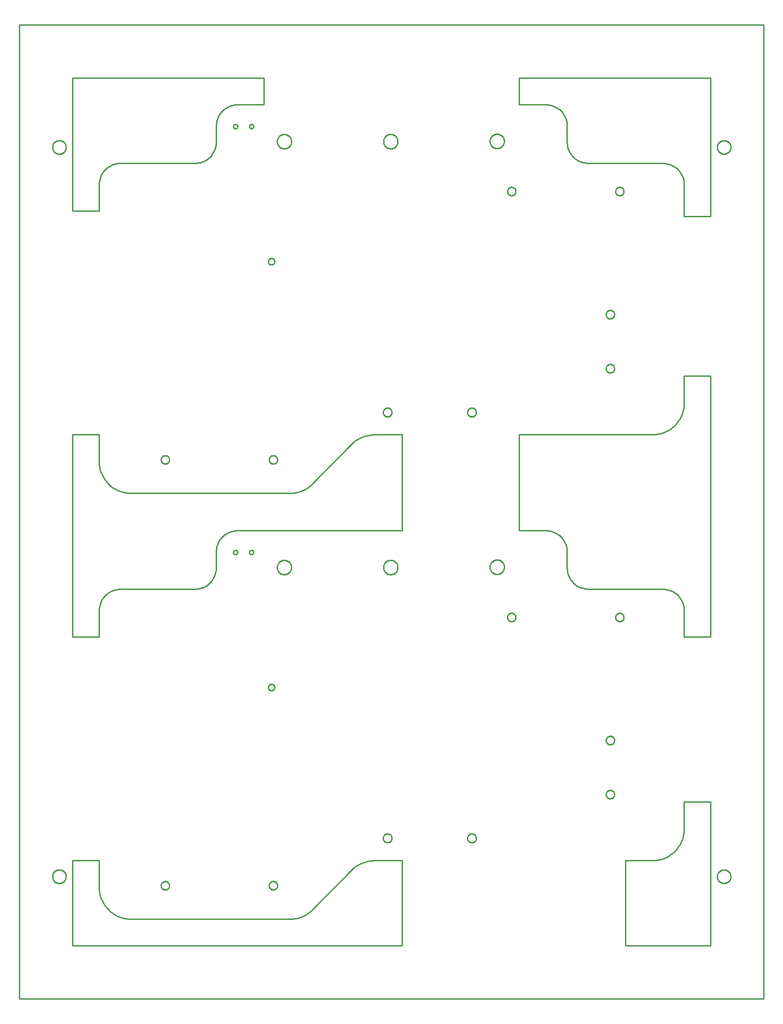
<source format=gbr>
G04 EAGLE Gerber RS-274X export*
G75*
%MOMM*%
%FSLAX34Y34*%
%LPD*%
%IN*%
%IPPOS*%
%AMOC8*
5,1,8,0,0,1.08239X$1,22.5*%
G01*
%ADD10C,0.254000*%


D10*
X-50000Y-50000D02*
X1350000Y-50000D01*
X1350000Y1780000D01*
X-50000Y1780000D01*
X-50000Y-50000D01*
X50000Y630000D02*
X100000Y630000D01*
X100000Y679424D01*
X100128Y682936D01*
X100562Y686424D01*
X101298Y689861D01*
X102331Y693221D01*
X103653Y696477D01*
X105254Y699607D01*
X107121Y702584D01*
X109240Y705388D01*
X111596Y707996D01*
X114171Y710389D01*
X116944Y712549D01*
X119895Y714458D01*
X123001Y716104D01*
X126238Y717472D01*
X129583Y718553D01*
X133008Y719338D01*
X136490Y719822D01*
X140000Y720000D01*
X280000Y720000D01*
X283462Y720126D01*
X286900Y720553D01*
X290288Y721279D01*
X293600Y722296D01*
X296810Y723599D01*
X299895Y725176D01*
X302830Y727017D01*
X305594Y729106D01*
X308165Y731428D01*
X310524Y733965D01*
X312653Y736698D01*
X314536Y739607D01*
X316158Y742668D01*
X317507Y745859D01*
X318572Y749156D01*
X319347Y752532D01*
X319824Y755964D01*
X320000Y759424D01*
X320000Y789424D01*
X320128Y792936D01*
X320562Y796424D01*
X321298Y799861D01*
X322331Y803221D01*
X323653Y806477D01*
X325254Y809607D01*
X327121Y812584D01*
X329240Y815388D01*
X331596Y817996D01*
X334171Y820389D01*
X336944Y822549D01*
X339895Y824458D01*
X343001Y826104D01*
X346238Y827472D01*
X349583Y828553D01*
X353008Y829338D01*
X356490Y829822D01*
X360000Y830000D01*
X670000Y830000D01*
X670000Y1010000D01*
X617492Y1010000D01*
X617200Y1009999D01*
X611973Y1009749D01*
X606788Y1009044D01*
X601684Y1007890D01*
X596700Y1006295D01*
X591874Y1004273D01*
X587243Y1001837D01*
X582841Y999006D01*
X578703Y995803D01*
X574860Y992252D01*
X501110Y917782D01*
X500862Y917533D01*
X497006Y914003D01*
X492856Y910822D01*
X488445Y908015D01*
X483806Y905603D01*
X478974Y903604D01*
X473987Y902034D01*
X468881Y900905D01*
X463697Y900225D01*
X458473Y900000D01*
X159995Y900000D01*
X154770Y900230D01*
X149579Y900914D01*
X144468Y902048D01*
X139475Y903624D01*
X134638Y905629D01*
X129995Y908047D01*
X125580Y910861D01*
X121427Y914049D01*
X117568Y917587D01*
X114032Y921448D01*
X110846Y925602D01*
X108034Y930018D01*
X105617Y934663D01*
X103615Y939500D01*
X102041Y944494D01*
X100909Y949606D01*
X100227Y954796D01*
X100000Y960027D01*
X100000Y1010000D01*
X50000Y1010000D01*
X50000Y630000D01*
X890000Y830000D02*
X940000Y830000D01*
X943510Y829822D01*
X946992Y829338D01*
X950418Y828553D01*
X953762Y827472D01*
X956999Y826104D01*
X960105Y824458D01*
X963056Y822549D01*
X965829Y820389D01*
X968404Y817996D01*
X970760Y815388D01*
X972879Y812584D01*
X974746Y809607D01*
X976347Y806477D01*
X977669Y803221D01*
X978702Y799861D01*
X979438Y796424D01*
X979872Y792936D01*
X980000Y789424D01*
X980000Y759424D01*
X980176Y755964D01*
X980653Y752532D01*
X981428Y749156D01*
X982493Y745859D01*
X983842Y742668D01*
X985464Y739607D01*
X987347Y736698D01*
X989476Y733965D01*
X991835Y731428D01*
X994406Y729106D01*
X997170Y727017D01*
X1000105Y725176D01*
X1003190Y723599D01*
X1006400Y722296D01*
X1009712Y721279D01*
X1013100Y720553D01*
X1016538Y720126D01*
X1020000Y720000D01*
X1160000Y720000D01*
X1163510Y719822D01*
X1166992Y719338D01*
X1170418Y718553D01*
X1173762Y717472D01*
X1176999Y716104D01*
X1180105Y714458D01*
X1183056Y712549D01*
X1185829Y710389D01*
X1188404Y707996D01*
X1190760Y705388D01*
X1192879Y702584D01*
X1194746Y699607D01*
X1196347Y696477D01*
X1197669Y693221D01*
X1198702Y689861D01*
X1199438Y686424D01*
X1199872Y682936D01*
X1200000Y679424D01*
X1200000Y630000D01*
X1250000Y630000D01*
X1250000Y1120000D01*
X1200000Y1120000D01*
X1200000Y1070032D01*
X1199773Y1064801D01*
X1199091Y1059610D01*
X1197959Y1054498D01*
X1196386Y1049504D01*
X1194384Y1044667D01*
X1191967Y1040022D01*
X1189155Y1035605D01*
X1185969Y1031451D01*
X1182433Y1027590D01*
X1178574Y1024051D01*
X1174421Y1020863D01*
X1170006Y1018049D01*
X1165362Y1015630D01*
X1160526Y1013625D01*
X1155533Y1012049D01*
X1150421Y1010915D01*
X1145231Y1010230D01*
X1140000Y1010000D01*
X890000Y1010000D01*
X890000Y830000D01*
X1090000Y50000D02*
X1250000Y50000D01*
X1250000Y320000D01*
X1200000Y320000D01*
X1200000Y270032D01*
X1199773Y264801D01*
X1199091Y259610D01*
X1197959Y254498D01*
X1196386Y249504D01*
X1194384Y244667D01*
X1191967Y240022D01*
X1189155Y235605D01*
X1185969Y231451D01*
X1182433Y227590D01*
X1178574Y224051D01*
X1174421Y220863D01*
X1170006Y218049D01*
X1165362Y215630D01*
X1160526Y213625D01*
X1155533Y212049D01*
X1150421Y210915D01*
X1145231Y210230D01*
X1140000Y210000D01*
X1090000Y210000D01*
X1090000Y50000D01*
X50000Y50000D02*
X670000Y50000D01*
X670000Y210000D01*
X617492Y210000D01*
X617200Y209999D01*
X611973Y209749D01*
X606788Y209044D01*
X601684Y207890D01*
X596700Y206295D01*
X591874Y204273D01*
X587243Y201837D01*
X582841Y199006D01*
X578703Y195803D01*
X574860Y192252D01*
X501110Y117782D01*
X500862Y117533D01*
X497006Y114003D01*
X492856Y110822D01*
X488445Y108015D01*
X483806Y105603D01*
X478974Y103604D01*
X473987Y102034D01*
X468881Y100905D01*
X463697Y100225D01*
X458473Y100000D01*
X159995Y100000D01*
X154770Y100230D01*
X149579Y100914D01*
X144468Y102048D01*
X139475Y103624D01*
X134638Y105629D01*
X129995Y108047D01*
X125580Y110861D01*
X121427Y114049D01*
X117568Y117587D01*
X114032Y121448D01*
X110846Y125602D01*
X108034Y130018D01*
X105617Y134663D01*
X103615Y139500D01*
X102041Y144494D01*
X100909Y149606D01*
X100227Y154796D01*
X100000Y160027D01*
X100000Y210000D01*
X50000Y210000D01*
X50000Y50000D01*
X50000Y1430000D02*
X100000Y1430000D01*
X100000Y1479424D01*
X100128Y1482936D01*
X100562Y1486424D01*
X101298Y1489861D01*
X102331Y1493221D01*
X103653Y1496477D01*
X105254Y1499607D01*
X107121Y1502584D01*
X109240Y1505388D01*
X111596Y1507996D01*
X114171Y1510389D01*
X116944Y1512549D01*
X119895Y1514458D01*
X123001Y1516104D01*
X126238Y1517472D01*
X129583Y1518553D01*
X133008Y1519338D01*
X136490Y1519822D01*
X140000Y1520000D01*
X280000Y1520000D01*
X283462Y1520126D01*
X286900Y1520553D01*
X290288Y1521279D01*
X293600Y1522296D01*
X296810Y1523599D01*
X299895Y1525176D01*
X302830Y1527017D01*
X305594Y1529106D01*
X308165Y1531428D01*
X310524Y1533965D01*
X312653Y1536698D01*
X314536Y1539607D01*
X316158Y1542668D01*
X317507Y1545859D01*
X318572Y1549156D01*
X319347Y1552532D01*
X319824Y1555964D01*
X320000Y1559424D01*
X320000Y1589424D01*
X320128Y1592936D01*
X320562Y1596424D01*
X321298Y1599861D01*
X322331Y1603221D01*
X323653Y1606477D01*
X325254Y1609607D01*
X327121Y1612584D01*
X329240Y1615388D01*
X331596Y1617996D01*
X334171Y1620389D01*
X336944Y1622549D01*
X339895Y1624458D01*
X343001Y1626104D01*
X346238Y1627472D01*
X349583Y1628553D01*
X353008Y1629338D01*
X356490Y1629822D01*
X360000Y1630000D01*
X410000Y1630000D01*
X410000Y1680000D01*
X50000Y1680000D01*
X50000Y1430000D01*
X890000Y1630000D02*
X940000Y1630000D01*
X943510Y1629822D01*
X946992Y1629338D01*
X950418Y1628553D01*
X953762Y1627472D01*
X956999Y1626104D01*
X960105Y1624458D01*
X963056Y1622549D01*
X965829Y1620389D01*
X968404Y1617996D01*
X970760Y1615388D01*
X972879Y1612584D01*
X974746Y1609607D01*
X976347Y1606477D01*
X977669Y1603221D01*
X978702Y1599861D01*
X979438Y1596424D01*
X979872Y1592936D01*
X980000Y1589424D01*
X980000Y1559424D01*
X980176Y1555964D01*
X980653Y1552532D01*
X981428Y1549156D01*
X982493Y1545859D01*
X983842Y1542668D01*
X985464Y1539607D01*
X987347Y1536698D01*
X989476Y1533965D01*
X991835Y1531428D01*
X994406Y1529106D01*
X997170Y1527017D01*
X1000105Y1525176D01*
X1003190Y1523599D01*
X1006400Y1522296D01*
X1009712Y1521279D01*
X1013100Y1520553D01*
X1016538Y1520126D01*
X1020000Y1520000D01*
X1160000Y1520000D01*
X1163510Y1519822D01*
X1166992Y1519338D01*
X1170418Y1518553D01*
X1173762Y1517472D01*
X1176999Y1516104D01*
X1180105Y1514458D01*
X1183056Y1512549D01*
X1185829Y1510389D01*
X1188404Y1507996D01*
X1190760Y1505388D01*
X1192879Y1502584D01*
X1194746Y1499607D01*
X1196347Y1496477D01*
X1197669Y1493221D01*
X1198702Y1489861D01*
X1199438Y1486424D01*
X1199872Y1482936D01*
X1200000Y1479424D01*
X1200000Y1420000D01*
X1250000Y1420000D01*
X1250000Y1680000D01*
X890000Y1680000D01*
X890000Y1630000D01*
X461700Y760282D02*
X461631Y759320D01*
X461494Y758366D01*
X461289Y757423D01*
X461017Y756498D01*
X460680Y755594D01*
X460280Y754717D01*
X459818Y753871D01*
X459296Y753060D01*
X458718Y752288D01*
X458087Y751559D01*
X457405Y750877D01*
X456676Y750246D01*
X455904Y749668D01*
X455093Y749146D01*
X454247Y748684D01*
X453370Y748284D01*
X452466Y747947D01*
X451541Y747675D01*
X450599Y747470D01*
X449644Y747333D01*
X448682Y747264D01*
X447718Y747264D01*
X446756Y747333D01*
X445802Y747470D01*
X444859Y747675D01*
X443934Y747947D01*
X443030Y748284D01*
X442153Y748684D01*
X441307Y749146D01*
X440496Y749668D01*
X439724Y750246D01*
X438995Y750877D01*
X438313Y751559D01*
X437682Y752288D01*
X437104Y753060D01*
X436582Y753871D01*
X436120Y754717D01*
X435720Y755594D01*
X435383Y756498D01*
X435111Y757423D01*
X434906Y758366D01*
X434769Y759320D01*
X434700Y760282D01*
X434700Y761246D01*
X434769Y762208D01*
X434906Y763163D01*
X435111Y764105D01*
X435383Y765030D01*
X435720Y765934D01*
X436120Y766811D01*
X436582Y767657D01*
X437104Y768468D01*
X437682Y769240D01*
X438313Y769969D01*
X438995Y770651D01*
X439724Y771282D01*
X440496Y771860D01*
X441307Y772382D01*
X442153Y772844D01*
X443030Y773244D01*
X443934Y773581D01*
X444859Y773853D01*
X445802Y774058D01*
X446756Y774195D01*
X447718Y774264D01*
X448682Y774264D01*
X449644Y774195D01*
X450599Y774058D01*
X451541Y773853D01*
X452466Y773581D01*
X453370Y773244D01*
X454247Y772844D01*
X455093Y772382D01*
X455904Y771860D01*
X456676Y771282D01*
X457405Y770651D01*
X458087Y769969D01*
X458718Y769240D01*
X459296Y768468D01*
X459818Y767657D01*
X460280Y766811D01*
X460680Y765934D01*
X461017Y765030D01*
X461289Y764105D01*
X461494Y763163D01*
X461631Y762208D01*
X461700Y761246D01*
X461700Y760282D01*
X661660Y760282D02*
X661591Y759320D01*
X661454Y758366D01*
X661249Y757423D01*
X660977Y756498D01*
X660640Y755594D01*
X660240Y754717D01*
X659778Y753871D01*
X659256Y753060D01*
X658678Y752288D01*
X658047Y751559D01*
X657365Y750877D01*
X656636Y750246D01*
X655864Y749668D01*
X655053Y749146D01*
X654207Y748684D01*
X653330Y748284D01*
X652426Y747947D01*
X651501Y747675D01*
X650559Y747470D01*
X649604Y747333D01*
X648642Y747264D01*
X647678Y747264D01*
X646716Y747333D01*
X645762Y747470D01*
X644819Y747675D01*
X643894Y747947D01*
X642990Y748284D01*
X642113Y748684D01*
X641267Y749146D01*
X640456Y749668D01*
X639684Y750246D01*
X638955Y750877D01*
X638273Y751559D01*
X637642Y752288D01*
X637064Y753060D01*
X636542Y753871D01*
X636080Y754717D01*
X635680Y755594D01*
X635343Y756498D01*
X635071Y757423D01*
X634866Y758366D01*
X634729Y759320D01*
X634660Y760282D01*
X634660Y761246D01*
X634729Y762208D01*
X634866Y763163D01*
X635071Y764105D01*
X635343Y765030D01*
X635680Y765934D01*
X636080Y766811D01*
X636542Y767657D01*
X637064Y768468D01*
X637642Y769240D01*
X638273Y769969D01*
X638955Y770651D01*
X639684Y771282D01*
X640456Y771860D01*
X641267Y772382D01*
X642113Y772844D01*
X642990Y773244D01*
X643894Y773581D01*
X644819Y773853D01*
X645762Y774058D01*
X646716Y774195D01*
X647678Y774264D01*
X648642Y774264D01*
X649604Y774195D01*
X650559Y774058D01*
X651501Y773853D01*
X652426Y773581D01*
X653330Y773244D01*
X654207Y772844D01*
X655053Y772382D01*
X655864Y771860D01*
X656636Y771282D01*
X657365Y770651D01*
X658047Y769969D01*
X658678Y769240D01*
X659256Y768468D01*
X659778Y767657D01*
X660240Y766811D01*
X660640Y765934D01*
X660977Y765030D01*
X661249Y764105D01*
X661454Y763163D01*
X661591Y762208D01*
X661660Y761246D01*
X661660Y760282D01*
X861700Y760782D02*
X861631Y759820D01*
X861494Y758866D01*
X861289Y757923D01*
X861017Y756998D01*
X860680Y756094D01*
X860280Y755217D01*
X859818Y754371D01*
X859296Y753560D01*
X858718Y752788D01*
X858087Y752059D01*
X857405Y751377D01*
X856676Y750746D01*
X855904Y750168D01*
X855093Y749646D01*
X854247Y749184D01*
X853370Y748784D01*
X852466Y748447D01*
X851541Y748175D01*
X850599Y747970D01*
X849644Y747833D01*
X848682Y747764D01*
X847718Y747764D01*
X846756Y747833D01*
X845802Y747970D01*
X844859Y748175D01*
X843934Y748447D01*
X843030Y748784D01*
X842153Y749184D01*
X841307Y749646D01*
X840496Y750168D01*
X839724Y750746D01*
X838995Y751377D01*
X838313Y752059D01*
X837682Y752788D01*
X837104Y753560D01*
X836582Y754371D01*
X836120Y755217D01*
X835720Y756094D01*
X835383Y756998D01*
X835111Y757923D01*
X834906Y758866D01*
X834769Y759820D01*
X834700Y760782D01*
X834700Y761746D01*
X834769Y762708D01*
X834906Y763663D01*
X835111Y764605D01*
X835383Y765530D01*
X835720Y766434D01*
X836120Y767311D01*
X836582Y768157D01*
X837104Y768968D01*
X837682Y769740D01*
X838313Y770469D01*
X838995Y771151D01*
X839724Y771782D01*
X840496Y772360D01*
X841307Y772882D01*
X842153Y773344D01*
X843030Y773744D01*
X843934Y774081D01*
X844859Y774353D01*
X845802Y774558D01*
X846756Y774695D01*
X847718Y774764D01*
X848682Y774764D01*
X849644Y774695D01*
X850599Y774558D01*
X851541Y774353D01*
X852466Y774081D01*
X853370Y773744D01*
X854247Y773344D01*
X855093Y772882D01*
X855904Y772360D01*
X856676Y771782D01*
X857405Y771151D01*
X858087Y770469D01*
X858718Y769740D01*
X859296Y768968D01*
X859818Y768157D01*
X860280Y767311D01*
X860680Y766434D01*
X861017Y765530D01*
X861289Y764605D01*
X861494Y763663D01*
X861631Y762708D01*
X861700Y761746D01*
X861700Y760782D01*
X461700Y1560282D02*
X461631Y1559320D01*
X461494Y1558366D01*
X461289Y1557423D01*
X461017Y1556498D01*
X460680Y1555594D01*
X460280Y1554717D01*
X459818Y1553871D01*
X459296Y1553060D01*
X458718Y1552288D01*
X458087Y1551559D01*
X457405Y1550877D01*
X456676Y1550246D01*
X455904Y1549668D01*
X455093Y1549146D01*
X454247Y1548684D01*
X453370Y1548284D01*
X452466Y1547947D01*
X451541Y1547675D01*
X450599Y1547470D01*
X449644Y1547333D01*
X448682Y1547264D01*
X447718Y1547264D01*
X446756Y1547333D01*
X445802Y1547470D01*
X444859Y1547675D01*
X443934Y1547947D01*
X443030Y1548284D01*
X442153Y1548684D01*
X441307Y1549146D01*
X440496Y1549668D01*
X439724Y1550246D01*
X438995Y1550877D01*
X438313Y1551559D01*
X437682Y1552288D01*
X437104Y1553060D01*
X436582Y1553871D01*
X436120Y1554717D01*
X435720Y1555594D01*
X435383Y1556498D01*
X435111Y1557423D01*
X434906Y1558366D01*
X434769Y1559320D01*
X434700Y1560282D01*
X434700Y1561246D01*
X434769Y1562208D01*
X434906Y1563163D01*
X435111Y1564105D01*
X435383Y1565030D01*
X435720Y1565934D01*
X436120Y1566811D01*
X436582Y1567657D01*
X437104Y1568468D01*
X437682Y1569240D01*
X438313Y1569969D01*
X438995Y1570651D01*
X439724Y1571282D01*
X440496Y1571860D01*
X441307Y1572382D01*
X442153Y1572844D01*
X443030Y1573244D01*
X443934Y1573581D01*
X444859Y1573853D01*
X445802Y1574058D01*
X446756Y1574195D01*
X447718Y1574264D01*
X448682Y1574264D01*
X449644Y1574195D01*
X450599Y1574058D01*
X451541Y1573853D01*
X452466Y1573581D01*
X453370Y1573244D01*
X454247Y1572844D01*
X455093Y1572382D01*
X455904Y1571860D01*
X456676Y1571282D01*
X457405Y1570651D01*
X458087Y1569969D01*
X458718Y1569240D01*
X459296Y1568468D01*
X459818Y1567657D01*
X460280Y1566811D01*
X460680Y1565934D01*
X461017Y1565030D01*
X461289Y1564105D01*
X461494Y1563163D01*
X461631Y1562208D01*
X461700Y1561246D01*
X461700Y1560282D01*
X661660Y1560282D02*
X661591Y1559320D01*
X661454Y1558366D01*
X661249Y1557423D01*
X660977Y1556498D01*
X660640Y1555594D01*
X660240Y1554717D01*
X659778Y1553871D01*
X659256Y1553060D01*
X658678Y1552288D01*
X658047Y1551559D01*
X657365Y1550877D01*
X656636Y1550246D01*
X655864Y1549668D01*
X655053Y1549146D01*
X654207Y1548684D01*
X653330Y1548284D01*
X652426Y1547947D01*
X651501Y1547675D01*
X650559Y1547470D01*
X649604Y1547333D01*
X648642Y1547264D01*
X647678Y1547264D01*
X646716Y1547333D01*
X645762Y1547470D01*
X644819Y1547675D01*
X643894Y1547947D01*
X642990Y1548284D01*
X642113Y1548684D01*
X641267Y1549146D01*
X640456Y1549668D01*
X639684Y1550246D01*
X638955Y1550877D01*
X638273Y1551559D01*
X637642Y1552288D01*
X637064Y1553060D01*
X636542Y1553871D01*
X636080Y1554717D01*
X635680Y1555594D01*
X635343Y1556498D01*
X635071Y1557423D01*
X634866Y1558366D01*
X634729Y1559320D01*
X634660Y1560282D01*
X634660Y1561246D01*
X634729Y1562208D01*
X634866Y1563163D01*
X635071Y1564105D01*
X635343Y1565030D01*
X635680Y1565934D01*
X636080Y1566811D01*
X636542Y1567657D01*
X637064Y1568468D01*
X637642Y1569240D01*
X638273Y1569969D01*
X638955Y1570651D01*
X639684Y1571282D01*
X640456Y1571860D01*
X641267Y1572382D01*
X642113Y1572844D01*
X642990Y1573244D01*
X643894Y1573581D01*
X644819Y1573853D01*
X645762Y1574058D01*
X646716Y1574195D01*
X647678Y1574264D01*
X648642Y1574264D01*
X649604Y1574195D01*
X650559Y1574058D01*
X651501Y1573853D01*
X652426Y1573581D01*
X653330Y1573244D01*
X654207Y1572844D01*
X655053Y1572382D01*
X655864Y1571860D01*
X656636Y1571282D01*
X657365Y1570651D01*
X658047Y1569969D01*
X658678Y1569240D01*
X659256Y1568468D01*
X659778Y1567657D01*
X660240Y1566811D01*
X660640Y1565934D01*
X660977Y1565030D01*
X661249Y1564105D01*
X661454Y1563163D01*
X661591Y1562208D01*
X661660Y1561246D01*
X661660Y1560282D01*
X861700Y1560782D02*
X861631Y1559820D01*
X861494Y1558866D01*
X861289Y1557923D01*
X861017Y1556998D01*
X860680Y1556094D01*
X860280Y1555217D01*
X859818Y1554371D01*
X859296Y1553560D01*
X858718Y1552788D01*
X858087Y1552059D01*
X857405Y1551377D01*
X856676Y1550746D01*
X855904Y1550168D01*
X855093Y1549646D01*
X854247Y1549184D01*
X853370Y1548784D01*
X852466Y1548447D01*
X851541Y1548175D01*
X850599Y1547970D01*
X849644Y1547833D01*
X848682Y1547764D01*
X847718Y1547764D01*
X846756Y1547833D01*
X845802Y1547970D01*
X844859Y1548175D01*
X843934Y1548447D01*
X843030Y1548784D01*
X842153Y1549184D01*
X841307Y1549646D01*
X840496Y1550168D01*
X839724Y1550746D01*
X838995Y1551377D01*
X838313Y1552059D01*
X837682Y1552788D01*
X837104Y1553560D01*
X836582Y1554371D01*
X836120Y1555217D01*
X835720Y1556094D01*
X835383Y1556998D01*
X835111Y1557923D01*
X834906Y1558866D01*
X834769Y1559820D01*
X834700Y1560782D01*
X834700Y1561746D01*
X834769Y1562708D01*
X834906Y1563663D01*
X835111Y1564605D01*
X835383Y1565530D01*
X835720Y1566434D01*
X836120Y1567311D01*
X836582Y1568157D01*
X837104Y1568968D01*
X837682Y1569740D01*
X838313Y1570469D01*
X838995Y1571151D01*
X839724Y1571782D01*
X840496Y1572360D01*
X841307Y1572882D01*
X842153Y1573344D01*
X843030Y1573744D01*
X843934Y1574081D01*
X844859Y1574353D01*
X845802Y1574558D01*
X846756Y1574695D01*
X847718Y1574764D01*
X848682Y1574764D01*
X849644Y1574695D01*
X850599Y1574558D01*
X851541Y1574353D01*
X852466Y1574081D01*
X853370Y1573744D01*
X854247Y1573344D01*
X855093Y1572882D01*
X855904Y1572360D01*
X856676Y1571782D01*
X857405Y1571151D01*
X858087Y1570469D01*
X858718Y1569740D01*
X859296Y1568968D01*
X859818Y1568157D01*
X860280Y1567311D01*
X860680Y1566434D01*
X861017Y1565530D01*
X861289Y1564605D01*
X861494Y1563663D01*
X861631Y1562708D01*
X861700Y1561746D01*
X861700Y1560782D01*
X37700Y1549501D02*
X37622Y1548506D01*
X37466Y1547520D01*
X37233Y1546550D01*
X36924Y1545601D01*
X36542Y1544679D01*
X36089Y1543790D01*
X35568Y1542939D01*
X34981Y1542131D01*
X34333Y1541373D01*
X33627Y1540667D01*
X32869Y1540019D01*
X32061Y1539432D01*
X31210Y1538911D01*
X30321Y1538458D01*
X29399Y1538076D01*
X28450Y1537767D01*
X27480Y1537534D01*
X26494Y1537378D01*
X25499Y1537300D01*
X24501Y1537300D01*
X23506Y1537378D01*
X22520Y1537534D01*
X21550Y1537767D01*
X20601Y1538076D01*
X19679Y1538458D01*
X18790Y1538911D01*
X17939Y1539432D01*
X17131Y1540019D01*
X16373Y1540667D01*
X15667Y1541373D01*
X15019Y1542131D01*
X14432Y1542939D01*
X13911Y1543790D01*
X13458Y1544679D01*
X13076Y1545601D01*
X12767Y1546550D01*
X12534Y1547520D01*
X12378Y1548506D01*
X12300Y1549501D01*
X12300Y1550499D01*
X12378Y1551494D01*
X12534Y1552480D01*
X12767Y1553450D01*
X13076Y1554399D01*
X13458Y1555321D01*
X13911Y1556210D01*
X14432Y1557061D01*
X15019Y1557869D01*
X15667Y1558627D01*
X16373Y1559333D01*
X17131Y1559981D01*
X17939Y1560568D01*
X18790Y1561089D01*
X19679Y1561542D01*
X20601Y1561924D01*
X21550Y1562233D01*
X22520Y1562466D01*
X23506Y1562622D01*
X24501Y1562700D01*
X25499Y1562700D01*
X26494Y1562622D01*
X27480Y1562466D01*
X28450Y1562233D01*
X29399Y1561924D01*
X30321Y1561542D01*
X31210Y1561089D01*
X32061Y1560568D01*
X32869Y1559981D01*
X33627Y1559333D01*
X34333Y1558627D01*
X34981Y1557869D01*
X35568Y1557061D01*
X36089Y1556210D01*
X36542Y1555321D01*
X36924Y1554399D01*
X37233Y1553450D01*
X37466Y1552480D01*
X37622Y1551494D01*
X37700Y1550499D01*
X37700Y1549501D01*
X1287700Y1549501D02*
X1287622Y1548506D01*
X1287466Y1547520D01*
X1287233Y1546550D01*
X1286924Y1545601D01*
X1286542Y1544679D01*
X1286089Y1543790D01*
X1285568Y1542939D01*
X1284981Y1542131D01*
X1284333Y1541373D01*
X1283627Y1540667D01*
X1282869Y1540019D01*
X1282061Y1539432D01*
X1281210Y1538911D01*
X1280321Y1538458D01*
X1279399Y1538076D01*
X1278450Y1537767D01*
X1277480Y1537534D01*
X1276494Y1537378D01*
X1275499Y1537300D01*
X1274501Y1537300D01*
X1273506Y1537378D01*
X1272520Y1537534D01*
X1271550Y1537767D01*
X1270601Y1538076D01*
X1269679Y1538458D01*
X1268790Y1538911D01*
X1267939Y1539432D01*
X1267131Y1540019D01*
X1266373Y1540667D01*
X1265667Y1541373D01*
X1265019Y1542131D01*
X1264432Y1542939D01*
X1263911Y1543790D01*
X1263458Y1544679D01*
X1263076Y1545601D01*
X1262767Y1546550D01*
X1262534Y1547520D01*
X1262378Y1548506D01*
X1262300Y1549501D01*
X1262300Y1550499D01*
X1262378Y1551494D01*
X1262534Y1552480D01*
X1262767Y1553450D01*
X1263076Y1554399D01*
X1263458Y1555321D01*
X1263911Y1556210D01*
X1264432Y1557061D01*
X1265019Y1557869D01*
X1265667Y1558627D01*
X1266373Y1559333D01*
X1267131Y1559981D01*
X1267939Y1560568D01*
X1268790Y1561089D01*
X1269679Y1561542D01*
X1270601Y1561924D01*
X1271550Y1562233D01*
X1272520Y1562466D01*
X1273506Y1562622D01*
X1274501Y1562700D01*
X1275499Y1562700D01*
X1276494Y1562622D01*
X1277480Y1562466D01*
X1278450Y1562233D01*
X1279399Y1561924D01*
X1280321Y1561542D01*
X1281210Y1561089D01*
X1282061Y1560568D01*
X1282869Y1559981D01*
X1283627Y1559333D01*
X1284333Y1558627D01*
X1284981Y1557869D01*
X1285568Y1557061D01*
X1286089Y1556210D01*
X1286542Y1555321D01*
X1286924Y1554399D01*
X1287233Y1553450D01*
X1287466Y1552480D01*
X1287622Y1551494D01*
X1287700Y1550499D01*
X1287700Y1549501D01*
X1287700Y179501D02*
X1287622Y178506D01*
X1287466Y177520D01*
X1287233Y176550D01*
X1286924Y175601D01*
X1286542Y174679D01*
X1286089Y173790D01*
X1285568Y172939D01*
X1284981Y172131D01*
X1284333Y171373D01*
X1283627Y170667D01*
X1282869Y170019D01*
X1282061Y169432D01*
X1281210Y168911D01*
X1280321Y168458D01*
X1279399Y168076D01*
X1278450Y167767D01*
X1277480Y167534D01*
X1276494Y167378D01*
X1275499Y167300D01*
X1274501Y167300D01*
X1273506Y167378D01*
X1272520Y167534D01*
X1271550Y167767D01*
X1270601Y168076D01*
X1269679Y168458D01*
X1268790Y168911D01*
X1267939Y169432D01*
X1267131Y170019D01*
X1266373Y170667D01*
X1265667Y171373D01*
X1265019Y172131D01*
X1264432Y172939D01*
X1263911Y173790D01*
X1263458Y174679D01*
X1263076Y175601D01*
X1262767Y176550D01*
X1262534Y177520D01*
X1262378Y178506D01*
X1262300Y179501D01*
X1262300Y180499D01*
X1262378Y181494D01*
X1262534Y182480D01*
X1262767Y183450D01*
X1263076Y184399D01*
X1263458Y185321D01*
X1263911Y186210D01*
X1264432Y187061D01*
X1265019Y187869D01*
X1265667Y188627D01*
X1266373Y189333D01*
X1267131Y189981D01*
X1267939Y190568D01*
X1268790Y191089D01*
X1269679Y191542D01*
X1270601Y191924D01*
X1271550Y192233D01*
X1272520Y192466D01*
X1273506Y192622D01*
X1274501Y192700D01*
X1275499Y192700D01*
X1276494Y192622D01*
X1277480Y192466D01*
X1278450Y192233D01*
X1279399Y191924D01*
X1280321Y191542D01*
X1281210Y191089D01*
X1282061Y190568D01*
X1282869Y189981D01*
X1283627Y189333D01*
X1284333Y188627D01*
X1284981Y187869D01*
X1285568Y187061D01*
X1286089Y186210D01*
X1286542Y185321D01*
X1286924Y184399D01*
X1287233Y183450D01*
X1287466Y182480D01*
X1287622Y181494D01*
X1287700Y180499D01*
X1287700Y179501D01*
X37700Y179501D02*
X37622Y178506D01*
X37466Y177520D01*
X37233Y176550D01*
X36924Y175601D01*
X36542Y174679D01*
X36089Y173790D01*
X35568Y172939D01*
X34981Y172131D01*
X34333Y171373D01*
X33627Y170667D01*
X32869Y170019D01*
X32061Y169432D01*
X31210Y168911D01*
X30321Y168458D01*
X29399Y168076D01*
X28450Y167767D01*
X27480Y167534D01*
X26494Y167378D01*
X25499Y167300D01*
X24501Y167300D01*
X23506Y167378D01*
X22520Y167534D01*
X21550Y167767D01*
X20601Y168076D01*
X19679Y168458D01*
X18790Y168911D01*
X17939Y169432D01*
X17131Y170019D01*
X16373Y170667D01*
X15667Y171373D01*
X15019Y172131D01*
X14432Y172939D01*
X13911Y173790D01*
X13458Y174679D01*
X13076Y175601D01*
X12767Y176550D01*
X12534Y177520D01*
X12378Y178506D01*
X12300Y179501D01*
X12300Y180499D01*
X12378Y181494D01*
X12534Y182480D01*
X12767Y183450D01*
X13076Y184399D01*
X13458Y185321D01*
X13911Y186210D01*
X14432Y187061D01*
X15019Y187869D01*
X15667Y188627D01*
X16373Y189333D01*
X17131Y189981D01*
X17939Y190568D01*
X18790Y191089D01*
X19679Y191542D01*
X20601Y191924D01*
X21550Y192233D01*
X22520Y192466D01*
X23506Y192622D01*
X24501Y192700D01*
X25499Y192700D01*
X26494Y192622D01*
X27480Y192466D01*
X28450Y192233D01*
X29399Y191924D01*
X30321Y191542D01*
X31210Y191089D01*
X32061Y190568D01*
X32869Y189981D01*
X33627Y189333D01*
X34333Y188627D01*
X34981Y187869D01*
X35568Y187061D01*
X36089Y186210D01*
X36542Y185321D01*
X36924Y184399D01*
X37233Y183450D01*
X37466Y182480D01*
X37622Y181494D01*
X37700Y180499D01*
X37700Y179501D01*
X875988Y674900D02*
X876761Y674824D01*
X877522Y674673D01*
X878265Y674447D01*
X878982Y674150D01*
X879666Y673784D01*
X880312Y673353D01*
X880912Y672861D01*
X881461Y672312D01*
X881953Y671712D01*
X882384Y671066D01*
X882750Y670382D01*
X883047Y669665D01*
X883273Y668922D01*
X883424Y668161D01*
X883500Y667388D01*
X883500Y666612D01*
X883424Y665839D01*
X883273Y665078D01*
X883047Y664335D01*
X882750Y663618D01*
X882384Y662934D01*
X881953Y662288D01*
X881461Y661688D01*
X880912Y661139D01*
X880312Y660647D01*
X879666Y660216D01*
X878982Y659850D01*
X878265Y659553D01*
X877522Y659328D01*
X876761Y659176D01*
X875988Y659100D01*
X875212Y659100D01*
X874439Y659176D01*
X873678Y659328D01*
X872935Y659553D01*
X872218Y659850D01*
X871534Y660216D01*
X870888Y660647D01*
X870288Y661139D01*
X869739Y661688D01*
X869247Y662288D01*
X868816Y662934D01*
X868450Y663618D01*
X868153Y664335D01*
X867928Y665078D01*
X867776Y665839D01*
X867700Y666612D01*
X867700Y667388D01*
X867776Y668161D01*
X867928Y668922D01*
X868153Y669665D01*
X868450Y670382D01*
X868816Y671066D01*
X869247Y671712D01*
X869739Y672312D01*
X870288Y672861D01*
X870888Y673353D01*
X871534Y673784D01*
X872218Y674150D01*
X872935Y674447D01*
X873678Y674673D01*
X874439Y674824D01*
X875212Y674900D01*
X875988Y674900D01*
X1079188Y674900D02*
X1079961Y674824D01*
X1080722Y674673D01*
X1081465Y674447D01*
X1082182Y674150D01*
X1082866Y673784D01*
X1083512Y673353D01*
X1084112Y672861D01*
X1084661Y672312D01*
X1085153Y671712D01*
X1085584Y671066D01*
X1085950Y670382D01*
X1086247Y669665D01*
X1086473Y668922D01*
X1086624Y668161D01*
X1086700Y667388D01*
X1086700Y666612D01*
X1086624Y665839D01*
X1086473Y665078D01*
X1086247Y664335D01*
X1085950Y663618D01*
X1085584Y662934D01*
X1085153Y662288D01*
X1084661Y661688D01*
X1084112Y661139D01*
X1083512Y660647D01*
X1082866Y660216D01*
X1082182Y659850D01*
X1081465Y659553D01*
X1080722Y659328D01*
X1079961Y659176D01*
X1079188Y659100D01*
X1078412Y659100D01*
X1077639Y659176D01*
X1076878Y659328D01*
X1076135Y659553D01*
X1075418Y659850D01*
X1074734Y660216D01*
X1074088Y660647D01*
X1073488Y661139D01*
X1072939Y661688D01*
X1072447Y662288D01*
X1072016Y662934D01*
X1071650Y663618D01*
X1071353Y664335D01*
X1071128Y665078D01*
X1070976Y665839D01*
X1070900Y666612D01*
X1070900Y667388D01*
X1070976Y668161D01*
X1071128Y668922D01*
X1071353Y669665D01*
X1071650Y670382D01*
X1072016Y671066D01*
X1072447Y671712D01*
X1072939Y672312D01*
X1073488Y672861D01*
X1074088Y673353D01*
X1074734Y673784D01*
X1075418Y674150D01*
X1076135Y674447D01*
X1076878Y674673D01*
X1077639Y674824D01*
X1078412Y674900D01*
X1079188Y674900D01*
X427012Y155100D02*
X426239Y155176D01*
X425478Y155328D01*
X424735Y155553D01*
X424018Y155850D01*
X423334Y156216D01*
X422688Y156647D01*
X422088Y157139D01*
X421539Y157688D01*
X421047Y158288D01*
X420616Y158934D01*
X420250Y159618D01*
X419953Y160335D01*
X419728Y161078D01*
X419576Y161839D01*
X419500Y162612D01*
X419500Y163388D01*
X419576Y164161D01*
X419728Y164922D01*
X419953Y165665D01*
X420250Y166382D01*
X420616Y167066D01*
X421047Y167712D01*
X421539Y168312D01*
X422088Y168861D01*
X422688Y169353D01*
X423334Y169784D01*
X424018Y170150D01*
X424735Y170447D01*
X425478Y170673D01*
X426239Y170824D01*
X427012Y170900D01*
X427788Y170900D01*
X428561Y170824D01*
X429322Y170673D01*
X430065Y170447D01*
X430782Y170150D01*
X431466Y169784D01*
X432112Y169353D01*
X432712Y168861D01*
X433261Y168312D01*
X433753Y167712D01*
X434184Y167066D01*
X434550Y166382D01*
X434847Y165665D01*
X435073Y164922D01*
X435224Y164161D01*
X435300Y163388D01*
X435300Y162612D01*
X435224Y161839D01*
X435073Y161078D01*
X434847Y160335D01*
X434550Y159618D01*
X434184Y158934D01*
X433753Y158288D01*
X433261Y157688D01*
X432712Y157139D01*
X432112Y156647D01*
X431466Y156216D01*
X430782Y155850D01*
X430065Y155553D01*
X429322Y155328D01*
X428561Y155176D01*
X427788Y155100D01*
X427012Y155100D01*
X223812Y155100D02*
X223039Y155176D01*
X222278Y155328D01*
X221535Y155553D01*
X220818Y155850D01*
X220134Y156216D01*
X219488Y156647D01*
X218888Y157139D01*
X218339Y157688D01*
X217847Y158288D01*
X217416Y158934D01*
X217050Y159618D01*
X216753Y160335D01*
X216528Y161078D01*
X216376Y161839D01*
X216300Y162612D01*
X216300Y163388D01*
X216376Y164161D01*
X216528Y164922D01*
X216753Y165665D01*
X217050Y166382D01*
X217416Y167066D01*
X217847Y167712D01*
X218339Y168312D01*
X218888Y168861D01*
X219488Y169353D01*
X220134Y169784D01*
X220818Y170150D01*
X221535Y170447D01*
X222278Y170673D01*
X223039Y170824D01*
X223812Y170900D01*
X224588Y170900D01*
X225361Y170824D01*
X226122Y170673D01*
X226865Y170447D01*
X227582Y170150D01*
X228266Y169784D01*
X228912Y169353D01*
X229512Y168861D01*
X230061Y168312D01*
X230553Y167712D01*
X230984Y167066D01*
X231350Y166382D01*
X231647Y165665D01*
X231873Y164922D01*
X232024Y164161D01*
X232100Y163388D01*
X232100Y162612D01*
X232024Y161839D01*
X231873Y161078D01*
X231647Y160335D01*
X231350Y159618D01*
X230984Y158934D01*
X230553Y158288D01*
X230061Y157688D01*
X229512Y157139D01*
X228912Y156647D01*
X228266Y156216D01*
X227582Y155850D01*
X226865Y155553D01*
X226122Y155328D01*
X225361Y155176D01*
X224588Y155100D01*
X223812Y155100D01*
X424349Y541260D02*
X425019Y541185D01*
X425676Y541035D01*
X426312Y540812D01*
X426919Y540520D01*
X427490Y540161D01*
X428016Y539741D01*
X428493Y539264D01*
X428913Y538738D01*
X429272Y538167D01*
X429564Y537560D01*
X429787Y536924D01*
X429937Y536267D01*
X430012Y535597D01*
X430012Y534923D01*
X429937Y534253D01*
X429787Y533596D01*
X429564Y532960D01*
X429272Y532353D01*
X428913Y531783D01*
X428493Y531256D01*
X428016Y530779D01*
X427490Y530359D01*
X426919Y530000D01*
X426312Y529708D01*
X425676Y529485D01*
X425019Y529335D01*
X424349Y529260D01*
X423675Y529260D01*
X423005Y529335D01*
X422348Y529485D01*
X421712Y529708D01*
X421105Y530000D01*
X420535Y530359D01*
X420008Y530779D01*
X419531Y531256D01*
X419111Y531783D01*
X418752Y532353D01*
X418460Y532960D01*
X418237Y533596D01*
X418087Y534253D01*
X418012Y534923D01*
X418012Y535597D01*
X418087Y536267D01*
X418237Y536924D01*
X418460Y537560D01*
X418752Y538167D01*
X419111Y538738D01*
X419531Y539264D01*
X420008Y539741D01*
X420535Y540161D01*
X421105Y540520D01*
X421712Y540812D01*
X422348Y541035D01*
X423005Y541185D01*
X423675Y541260D01*
X424349Y541260D01*
X382436Y789438D02*
X382504Y789958D01*
X382640Y790465D01*
X382841Y790949D01*
X383103Y791403D01*
X383422Y791819D01*
X383793Y792190D01*
X384209Y792509D01*
X384663Y792771D01*
X385147Y792972D01*
X385654Y793108D01*
X386174Y793176D01*
X386698Y793176D01*
X387218Y793108D01*
X387725Y792972D01*
X388209Y792771D01*
X388663Y792509D01*
X389079Y792190D01*
X389450Y791819D01*
X389769Y791403D01*
X390031Y790949D01*
X390232Y790465D01*
X390368Y789958D01*
X390436Y789438D01*
X390436Y788914D01*
X390368Y788394D01*
X390232Y787887D01*
X390031Y787403D01*
X389769Y786949D01*
X389450Y786533D01*
X389079Y786162D01*
X388663Y785843D01*
X388209Y785581D01*
X387725Y785380D01*
X387218Y785244D01*
X386698Y785176D01*
X386174Y785176D01*
X385654Y785244D01*
X385147Y785380D01*
X384663Y785581D01*
X384209Y785843D01*
X383793Y786162D01*
X383422Y786533D01*
X383103Y786949D01*
X382841Y787403D01*
X382640Y787887D01*
X382504Y788394D01*
X382436Y788914D01*
X382436Y789438D01*
X352436Y789438D02*
X352504Y789958D01*
X352640Y790465D01*
X352841Y790949D01*
X353103Y791403D01*
X353422Y791819D01*
X353793Y792190D01*
X354209Y792509D01*
X354663Y792771D01*
X355147Y792972D01*
X355654Y793108D01*
X356174Y793176D01*
X356698Y793176D01*
X357218Y793108D01*
X357725Y792972D01*
X358209Y792771D01*
X358663Y792509D01*
X359079Y792190D01*
X359450Y791819D01*
X359769Y791403D01*
X360031Y790949D01*
X360232Y790465D01*
X360368Y789958D01*
X360436Y789438D01*
X360436Y788914D01*
X360368Y788394D01*
X360232Y787887D01*
X360031Y787403D01*
X359769Y786949D01*
X359450Y786533D01*
X359079Y786162D01*
X358663Y785843D01*
X358209Y785581D01*
X357725Y785380D01*
X357218Y785244D01*
X356698Y785176D01*
X356174Y785176D01*
X355654Y785244D01*
X355147Y785380D01*
X354663Y785581D01*
X354209Y785843D01*
X353793Y786162D01*
X353422Y786533D01*
X353103Y786949D01*
X352841Y787403D01*
X352640Y787887D01*
X352504Y788394D01*
X352436Y788914D01*
X352436Y789438D01*
X650500Y251595D02*
X650421Y250788D01*
X650262Y249993D01*
X650027Y249217D01*
X649717Y248468D01*
X649335Y247754D01*
X648884Y247080D01*
X648370Y246453D01*
X647797Y245880D01*
X647170Y245366D01*
X646496Y244915D01*
X645782Y244533D01*
X645033Y244223D01*
X644257Y243988D01*
X643462Y243829D01*
X642655Y243750D01*
X641845Y243750D01*
X641038Y243829D01*
X640243Y243988D01*
X639467Y244223D01*
X638718Y244533D01*
X638004Y244915D01*
X637330Y245366D01*
X636703Y245880D01*
X636130Y246453D01*
X635616Y247080D01*
X635165Y247754D01*
X634783Y248468D01*
X634473Y249217D01*
X634238Y249993D01*
X634079Y250788D01*
X634000Y251595D01*
X634000Y252405D01*
X634079Y253212D01*
X634238Y254007D01*
X634473Y254783D01*
X634783Y255532D01*
X635165Y256246D01*
X635616Y256920D01*
X636130Y257547D01*
X636703Y258120D01*
X637330Y258634D01*
X638004Y259085D01*
X638718Y259467D01*
X639467Y259777D01*
X640243Y260012D01*
X641038Y260171D01*
X641845Y260250D01*
X642655Y260250D01*
X643462Y260171D01*
X644257Y260012D01*
X645033Y259777D01*
X645782Y259467D01*
X646496Y259085D01*
X647170Y258634D01*
X647797Y258120D01*
X648370Y257547D01*
X648884Y256920D01*
X649335Y256246D01*
X649717Y255532D01*
X650027Y254783D01*
X650262Y254007D01*
X650421Y253212D01*
X650500Y252405D01*
X650500Y251595D01*
X809000Y251595D02*
X808921Y250788D01*
X808762Y249993D01*
X808527Y249217D01*
X808217Y248468D01*
X807835Y247754D01*
X807384Y247080D01*
X806870Y246453D01*
X806297Y245880D01*
X805670Y245366D01*
X804996Y244915D01*
X804282Y244533D01*
X803533Y244223D01*
X802757Y243988D01*
X801962Y243829D01*
X801155Y243750D01*
X800345Y243750D01*
X799538Y243829D01*
X798743Y243988D01*
X797967Y244223D01*
X797218Y244533D01*
X796504Y244915D01*
X795830Y245366D01*
X795203Y245880D01*
X794630Y246453D01*
X794116Y247080D01*
X793665Y247754D01*
X793283Y248468D01*
X792973Y249217D01*
X792738Y249993D01*
X792579Y250788D01*
X792500Y251595D01*
X792500Y252405D01*
X792579Y253212D01*
X792738Y254007D01*
X792973Y254783D01*
X793283Y255532D01*
X793665Y256246D01*
X794116Y256920D01*
X794630Y257547D01*
X795203Y258120D01*
X795830Y258634D01*
X796504Y259085D01*
X797218Y259467D01*
X797967Y259777D01*
X798743Y260012D01*
X799538Y260171D01*
X800345Y260250D01*
X801155Y260250D01*
X801962Y260171D01*
X802757Y260012D01*
X803533Y259777D01*
X804282Y259467D01*
X804996Y259085D01*
X805670Y258634D01*
X806297Y258120D01*
X806870Y257547D01*
X807384Y256920D01*
X807835Y256246D01*
X808217Y255532D01*
X808527Y254783D01*
X808762Y254007D01*
X808921Y253212D01*
X809000Y252405D01*
X809000Y251595D01*
X1053190Y435412D02*
X1053266Y434639D01*
X1053418Y433878D01*
X1053643Y433135D01*
X1053940Y432418D01*
X1054306Y431734D01*
X1054737Y431088D01*
X1055229Y430488D01*
X1055778Y429939D01*
X1056378Y429447D01*
X1057024Y429016D01*
X1057708Y428650D01*
X1058425Y428353D01*
X1059168Y428128D01*
X1059929Y427976D01*
X1060702Y427900D01*
X1061478Y427900D01*
X1062251Y427976D01*
X1063012Y428128D01*
X1063755Y428353D01*
X1064472Y428650D01*
X1065156Y429016D01*
X1065802Y429447D01*
X1066402Y429939D01*
X1066951Y430488D01*
X1067443Y431088D01*
X1067874Y431734D01*
X1068240Y432418D01*
X1068537Y433135D01*
X1068763Y433878D01*
X1068914Y434639D01*
X1068990Y435412D01*
X1068990Y436188D01*
X1068914Y436961D01*
X1068763Y437722D01*
X1068537Y438465D01*
X1068240Y439182D01*
X1067874Y439866D01*
X1067443Y440512D01*
X1066951Y441112D01*
X1066402Y441661D01*
X1065802Y442153D01*
X1065156Y442584D01*
X1064472Y442950D01*
X1063755Y443247D01*
X1063012Y443473D01*
X1062251Y443624D01*
X1061478Y443700D01*
X1060702Y443700D01*
X1059929Y443624D01*
X1059168Y443473D01*
X1058425Y443247D01*
X1057708Y442950D01*
X1057024Y442584D01*
X1056378Y442153D01*
X1055778Y441661D01*
X1055229Y441112D01*
X1054737Y440512D01*
X1054306Y439866D01*
X1053940Y439182D01*
X1053643Y438465D01*
X1053418Y437722D01*
X1053266Y436961D01*
X1053190Y436188D01*
X1053190Y435412D01*
X1053190Y333812D02*
X1053266Y333039D01*
X1053418Y332278D01*
X1053643Y331535D01*
X1053940Y330818D01*
X1054306Y330134D01*
X1054737Y329488D01*
X1055229Y328888D01*
X1055778Y328339D01*
X1056378Y327847D01*
X1057024Y327416D01*
X1057708Y327050D01*
X1058425Y326753D01*
X1059168Y326528D01*
X1059929Y326376D01*
X1060702Y326300D01*
X1061478Y326300D01*
X1062251Y326376D01*
X1063012Y326528D01*
X1063755Y326753D01*
X1064472Y327050D01*
X1065156Y327416D01*
X1065802Y327847D01*
X1066402Y328339D01*
X1066951Y328888D01*
X1067443Y329488D01*
X1067874Y330134D01*
X1068240Y330818D01*
X1068537Y331535D01*
X1068763Y332278D01*
X1068914Y333039D01*
X1068990Y333812D01*
X1068990Y334588D01*
X1068914Y335361D01*
X1068763Y336122D01*
X1068537Y336865D01*
X1068240Y337582D01*
X1067874Y338266D01*
X1067443Y338912D01*
X1066951Y339512D01*
X1066402Y340061D01*
X1065802Y340553D01*
X1065156Y340984D01*
X1064472Y341350D01*
X1063755Y341647D01*
X1063012Y341873D01*
X1062251Y342024D01*
X1061478Y342100D01*
X1060702Y342100D01*
X1059929Y342024D01*
X1059168Y341873D01*
X1058425Y341647D01*
X1057708Y341350D01*
X1057024Y340984D01*
X1056378Y340553D01*
X1055778Y340061D01*
X1055229Y339512D01*
X1054737Y338912D01*
X1054306Y338266D01*
X1053940Y337582D01*
X1053643Y336865D01*
X1053418Y336122D01*
X1053266Y335361D01*
X1053190Y334588D01*
X1053190Y333812D01*
X875988Y1474900D02*
X876761Y1474824D01*
X877522Y1474673D01*
X878265Y1474447D01*
X878982Y1474150D01*
X879666Y1473784D01*
X880312Y1473353D01*
X880912Y1472861D01*
X881461Y1472312D01*
X881953Y1471712D01*
X882384Y1471066D01*
X882750Y1470382D01*
X883047Y1469665D01*
X883273Y1468922D01*
X883424Y1468161D01*
X883500Y1467388D01*
X883500Y1466612D01*
X883424Y1465839D01*
X883273Y1465078D01*
X883047Y1464335D01*
X882750Y1463618D01*
X882384Y1462934D01*
X881953Y1462288D01*
X881461Y1461688D01*
X880912Y1461139D01*
X880312Y1460647D01*
X879666Y1460216D01*
X878982Y1459850D01*
X878265Y1459553D01*
X877522Y1459328D01*
X876761Y1459176D01*
X875988Y1459100D01*
X875212Y1459100D01*
X874439Y1459176D01*
X873678Y1459328D01*
X872935Y1459553D01*
X872218Y1459850D01*
X871534Y1460216D01*
X870888Y1460647D01*
X870288Y1461139D01*
X869739Y1461688D01*
X869247Y1462288D01*
X868816Y1462934D01*
X868450Y1463618D01*
X868153Y1464335D01*
X867928Y1465078D01*
X867776Y1465839D01*
X867700Y1466612D01*
X867700Y1467388D01*
X867776Y1468161D01*
X867928Y1468922D01*
X868153Y1469665D01*
X868450Y1470382D01*
X868816Y1471066D01*
X869247Y1471712D01*
X869739Y1472312D01*
X870288Y1472861D01*
X870888Y1473353D01*
X871534Y1473784D01*
X872218Y1474150D01*
X872935Y1474447D01*
X873678Y1474673D01*
X874439Y1474824D01*
X875212Y1474900D01*
X875988Y1474900D01*
X1079188Y1474900D02*
X1079961Y1474824D01*
X1080722Y1474673D01*
X1081465Y1474447D01*
X1082182Y1474150D01*
X1082866Y1473784D01*
X1083512Y1473353D01*
X1084112Y1472861D01*
X1084661Y1472312D01*
X1085153Y1471712D01*
X1085584Y1471066D01*
X1085950Y1470382D01*
X1086247Y1469665D01*
X1086473Y1468922D01*
X1086624Y1468161D01*
X1086700Y1467388D01*
X1086700Y1466612D01*
X1086624Y1465839D01*
X1086473Y1465078D01*
X1086247Y1464335D01*
X1085950Y1463618D01*
X1085584Y1462934D01*
X1085153Y1462288D01*
X1084661Y1461688D01*
X1084112Y1461139D01*
X1083512Y1460647D01*
X1082866Y1460216D01*
X1082182Y1459850D01*
X1081465Y1459553D01*
X1080722Y1459328D01*
X1079961Y1459176D01*
X1079188Y1459100D01*
X1078412Y1459100D01*
X1077639Y1459176D01*
X1076878Y1459328D01*
X1076135Y1459553D01*
X1075418Y1459850D01*
X1074734Y1460216D01*
X1074088Y1460647D01*
X1073488Y1461139D01*
X1072939Y1461688D01*
X1072447Y1462288D01*
X1072016Y1462934D01*
X1071650Y1463618D01*
X1071353Y1464335D01*
X1071128Y1465078D01*
X1070976Y1465839D01*
X1070900Y1466612D01*
X1070900Y1467388D01*
X1070976Y1468161D01*
X1071128Y1468922D01*
X1071353Y1469665D01*
X1071650Y1470382D01*
X1072016Y1471066D01*
X1072447Y1471712D01*
X1072939Y1472312D01*
X1073488Y1472861D01*
X1074088Y1473353D01*
X1074734Y1473784D01*
X1075418Y1474150D01*
X1076135Y1474447D01*
X1076878Y1474673D01*
X1077639Y1474824D01*
X1078412Y1474900D01*
X1079188Y1474900D01*
X427012Y955100D02*
X426239Y955176D01*
X425478Y955328D01*
X424735Y955553D01*
X424018Y955850D01*
X423334Y956216D01*
X422688Y956647D01*
X422088Y957139D01*
X421539Y957688D01*
X421047Y958288D01*
X420616Y958934D01*
X420250Y959618D01*
X419953Y960335D01*
X419728Y961078D01*
X419576Y961839D01*
X419500Y962612D01*
X419500Y963388D01*
X419576Y964161D01*
X419728Y964922D01*
X419953Y965665D01*
X420250Y966382D01*
X420616Y967066D01*
X421047Y967712D01*
X421539Y968312D01*
X422088Y968861D01*
X422688Y969353D01*
X423334Y969784D01*
X424018Y970150D01*
X424735Y970447D01*
X425478Y970673D01*
X426239Y970824D01*
X427012Y970900D01*
X427788Y970900D01*
X428561Y970824D01*
X429322Y970673D01*
X430065Y970447D01*
X430782Y970150D01*
X431466Y969784D01*
X432112Y969353D01*
X432712Y968861D01*
X433261Y968312D01*
X433753Y967712D01*
X434184Y967066D01*
X434550Y966382D01*
X434847Y965665D01*
X435073Y964922D01*
X435224Y964161D01*
X435300Y963388D01*
X435300Y962612D01*
X435224Y961839D01*
X435073Y961078D01*
X434847Y960335D01*
X434550Y959618D01*
X434184Y958934D01*
X433753Y958288D01*
X433261Y957688D01*
X432712Y957139D01*
X432112Y956647D01*
X431466Y956216D01*
X430782Y955850D01*
X430065Y955553D01*
X429322Y955328D01*
X428561Y955176D01*
X427788Y955100D01*
X427012Y955100D01*
X223812Y955100D02*
X223039Y955176D01*
X222278Y955328D01*
X221535Y955553D01*
X220818Y955850D01*
X220134Y956216D01*
X219488Y956647D01*
X218888Y957139D01*
X218339Y957688D01*
X217847Y958288D01*
X217416Y958934D01*
X217050Y959618D01*
X216753Y960335D01*
X216528Y961078D01*
X216376Y961839D01*
X216300Y962612D01*
X216300Y963388D01*
X216376Y964161D01*
X216528Y964922D01*
X216753Y965665D01*
X217050Y966382D01*
X217416Y967066D01*
X217847Y967712D01*
X218339Y968312D01*
X218888Y968861D01*
X219488Y969353D01*
X220134Y969784D01*
X220818Y970150D01*
X221535Y970447D01*
X222278Y970673D01*
X223039Y970824D01*
X223812Y970900D01*
X224588Y970900D01*
X225361Y970824D01*
X226122Y970673D01*
X226865Y970447D01*
X227582Y970150D01*
X228266Y969784D01*
X228912Y969353D01*
X229512Y968861D01*
X230061Y968312D01*
X230553Y967712D01*
X230984Y967066D01*
X231350Y966382D01*
X231647Y965665D01*
X231873Y964922D01*
X232024Y964161D01*
X232100Y963388D01*
X232100Y962612D01*
X232024Y961839D01*
X231873Y961078D01*
X231647Y960335D01*
X231350Y959618D01*
X230984Y958934D01*
X230553Y958288D01*
X230061Y957688D01*
X229512Y957139D01*
X228912Y956647D01*
X228266Y956216D01*
X227582Y955850D01*
X226865Y955553D01*
X226122Y955328D01*
X225361Y955176D01*
X224588Y955100D01*
X223812Y955100D01*
X424349Y1341260D02*
X425019Y1341185D01*
X425676Y1341035D01*
X426312Y1340812D01*
X426919Y1340520D01*
X427490Y1340161D01*
X428016Y1339741D01*
X428493Y1339264D01*
X428913Y1338738D01*
X429272Y1338167D01*
X429564Y1337560D01*
X429787Y1336924D01*
X429937Y1336267D01*
X430012Y1335597D01*
X430012Y1334923D01*
X429937Y1334253D01*
X429787Y1333596D01*
X429564Y1332960D01*
X429272Y1332353D01*
X428913Y1331783D01*
X428493Y1331256D01*
X428016Y1330779D01*
X427490Y1330359D01*
X426919Y1330000D01*
X426312Y1329708D01*
X425676Y1329485D01*
X425019Y1329335D01*
X424349Y1329260D01*
X423675Y1329260D01*
X423005Y1329335D01*
X422348Y1329485D01*
X421712Y1329708D01*
X421105Y1330000D01*
X420535Y1330359D01*
X420008Y1330779D01*
X419531Y1331256D01*
X419111Y1331783D01*
X418752Y1332353D01*
X418460Y1332960D01*
X418237Y1333596D01*
X418087Y1334253D01*
X418012Y1334923D01*
X418012Y1335597D01*
X418087Y1336267D01*
X418237Y1336924D01*
X418460Y1337560D01*
X418752Y1338167D01*
X419111Y1338738D01*
X419531Y1339264D01*
X420008Y1339741D01*
X420535Y1340161D01*
X421105Y1340520D01*
X421712Y1340812D01*
X422348Y1341035D01*
X423005Y1341185D01*
X423675Y1341260D01*
X424349Y1341260D01*
X382436Y1589438D02*
X382504Y1589958D01*
X382640Y1590465D01*
X382841Y1590949D01*
X383103Y1591403D01*
X383422Y1591819D01*
X383793Y1592190D01*
X384209Y1592509D01*
X384663Y1592771D01*
X385147Y1592972D01*
X385654Y1593108D01*
X386174Y1593176D01*
X386698Y1593176D01*
X387218Y1593108D01*
X387725Y1592972D01*
X388209Y1592771D01*
X388663Y1592509D01*
X389079Y1592190D01*
X389450Y1591819D01*
X389769Y1591403D01*
X390031Y1590949D01*
X390232Y1590465D01*
X390368Y1589958D01*
X390436Y1589438D01*
X390436Y1588914D01*
X390368Y1588394D01*
X390232Y1587887D01*
X390031Y1587403D01*
X389769Y1586949D01*
X389450Y1586533D01*
X389079Y1586162D01*
X388663Y1585843D01*
X388209Y1585581D01*
X387725Y1585380D01*
X387218Y1585244D01*
X386698Y1585176D01*
X386174Y1585176D01*
X385654Y1585244D01*
X385147Y1585380D01*
X384663Y1585581D01*
X384209Y1585843D01*
X383793Y1586162D01*
X383422Y1586533D01*
X383103Y1586949D01*
X382841Y1587403D01*
X382640Y1587887D01*
X382504Y1588394D01*
X382436Y1588914D01*
X382436Y1589438D01*
X352436Y1589438D02*
X352504Y1589958D01*
X352640Y1590465D01*
X352841Y1590949D01*
X353103Y1591403D01*
X353422Y1591819D01*
X353793Y1592190D01*
X354209Y1592509D01*
X354663Y1592771D01*
X355147Y1592972D01*
X355654Y1593108D01*
X356174Y1593176D01*
X356698Y1593176D01*
X357218Y1593108D01*
X357725Y1592972D01*
X358209Y1592771D01*
X358663Y1592509D01*
X359079Y1592190D01*
X359450Y1591819D01*
X359769Y1591403D01*
X360031Y1590949D01*
X360232Y1590465D01*
X360368Y1589958D01*
X360436Y1589438D01*
X360436Y1588914D01*
X360368Y1588394D01*
X360232Y1587887D01*
X360031Y1587403D01*
X359769Y1586949D01*
X359450Y1586533D01*
X359079Y1586162D01*
X358663Y1585843D01*
X358209Y1585581D01*
X357725Y1585380D01*
X357218Y1585244D01*
X356698Y1585176D01*
X356174Y1585176D01*
X355654Y1585244D01*
X355147Y1585380D01*
X354663Y1585581D01*
X354209Y1585843D01*
X353793Y1586162D01*
X353422Y1586533D01*
X353103Y1586949D01*
X352841Y1587403D01*
X352640Y1587887D01*
X352504Y1588394D01*
X352436Y1588914D01*
X352436Y1589438D01*
X650500Y1051595D02*
X650421Y1050788D01*
X650262Y1049993D01*
X650027Y1049217D01*
X649717Y1048468D01*
X649335Y1047754D01*
X648884Y1047080D01*
X648370Y1046453D01*
X647797Y1045880D01*
X647170Y1045366D01*
X646496Y1044915D01*
X645782Y1044533D01*
X645033Y1044223D01*
X644257Y1043988D01*
X643462Y1043829D01*
X642655Y1043750D01*
X641845Y1043750D01*
X641038Y1043829D01*
X640243Y1043988D01*
X639467Y1044223D01*
X638718Y1044533D01*
X638004Y1044915D01*
X637330Y1045366D01*
X636703Y1045880D01*
X636130Y1046453D01*
X635616Y1047080D01*
X635165Y1047754D01*
X634783Y1048468D01*
X634473Y1049217D01*
X634238Y1049993D01*
X634079Y1050788D01*
X634000Y1051595D01*
X634000Y1052405D01*
X634079Y1053212D01*
X634238Y1054007D01*
X634473Y1054783D01*
X634783Y1055532D01*
X635165Y1056246D01*
X635616Y1056920D01*
X636130Y1057547D01*
X636703Y1058120D01*
X637330Y1058634D01*
X638004Y1059085D01*
X638718Y1059467D01*
X639467Y1059777D01*
X640243Y1060012D01*
X641038Y1060171D01*
X641845Y1060250D01*
X642655Y1060250D01*
X643462Y1060171D01*
X644257Y1060012D01*
X645033Y1059777D01*
X645782Y1059467D01*
X646496Y1059085D01*
X647170Y1058634D01*
X647797Y1058120D01*
X648370Y1057547D01*
X648884Y1056920D01*
X649335Y1056246D01*
X649717Y1055532D01*
X650027Y1054783D01*
X650262Y1054007D01*
X650421Y1053212D01*
X650500Y1052405D01*
X650500Y1051595D01*
X809000Y1051595D02*
X808921Y1050788D01*
X808762Y1049993D01*
X808527Y1049217D01*
X808217Y1048468D01*
X807835Y1047754D01*
X807384Y1047080D01*
X806870Y1046453D01*
X806297Y1045880D01*
X805670Y1045366D01*
X804996Y1044915D01*
X804282Y1044533D01*
X803533Y1044223D01*
X802757Y1043988D01*
X801962Y1043829D01*
X801155Y1043750D01*
X800345Y1043750D01*
X799538Y1043829D01*
X798743Y1043988D01*
X797967Y1044223D01*
X797218Y1044533D01*
X796504Y1044915D01*
X795830Y1045366D01*
X795203Y1045880D01*
X794630Y1046453D01*
X794116Y1047080D01*
X793665Y1047754D01*
X793283Y1048468D01*
X792973Y1049217D01*
X792738Y1049993D01*
X792579Y1050788D01*
X792500Y1051595D01*
X792500Y1052405D01*
X792579Y1053212D01*
X792738Y1054007D01*
X792973Y1054783D01*
X793283Y1055532D01*
X793665Y1056246D01*
X794116Y1056920D01*
X794630Y1057547D01*
X795203Y1058120D01*
X795830Y1058634D01*
X796504Y1059085D01*
X797218Y1059467D01*
X797967Y1059777D01*
X798743Y1060012D01*
X799538Y1060171D01*
X800345Y1060250D01*
X801155Y1060250D01*
X801962Y1060171D01*
X802757Y1060012D01*
X803533Y1059777D01*
X804282Y1059467D01*
X804996Y1059085D01*
X805670Y1058634D01*
X806297Y1058120D01*
X806870Y1057547D01*
X807384Y1056920D01*
X807835Y1056246D01*
X808217Y1055532D01*
X808527Y1054783D01*
X808762Y1054007D01*
X808921Y1053212D01*
X809000Y1052405D01*
X809000Y1051595D01*
X1053190Y1235412D02*
X1053266Y1234639D01*
X1053418Y1233878D01*
X1053643Y1233135D01*
X1053940Y1232418D01*
X1054306Y1231734D01*
X1054737Y1231088D01*
X1055229Y1230488D01*
X1055778Y1229939D01*
X1056378Y1229447D01*
X1057024Y1229016D01*
X1057708Y1228650D01*
X1058425Y1228353D01*
X1059168Y1228128D01*
X1059929Y1227976D01*
X1060702Y1227900D01*
X1061478Y1227900D01*
X1062251Y1227976D01*
X1063012Y1228128D01*
X1063755Y1228353D01*
X1064472Y1228650D01*
X1065156Y1229016D01*
X1065802Y1229447D01*
X1066402Y1229939D01*
X1066951Y1230488D01*
X1067443Y1231088D01*
X1067874Y1231734D01*
X1068240Y1232418D01*
X1068537Y1233135D01*
X1068763Y1233878D01*
X1068914Y1234639D01*
X1068990Y1235412D01*
X1068990Y1236188D01*
X1068914Y1236961D01*
X1068763Y1237722D01*
X1068537Y1238465D01*
X1068240Y1239182D01*
X1067874Y1239866D01*
X1067443Y1240512D01*
X1066951Y1241112D01*
X1066402Y1241661D01*
X1065802Y1242153D01*
X1065156Y1242584D01*
X1064472Y1242950D01*
X1063755Y1243247D01*
X1063012Y1243473D01*
X1062251Y1243624D01*
X1061478Y1243700D01*
X1060702Y1243700D01*
X1059929Y1243624D01*
X1059168Y1243473D01*
X1058425Y1243247D01*
X1057708Y1242950D01*
X1057024Y1242584D01*
X1056378Y1242153D01*
X1055778Y1241661D01*
X1055229Y1241112D01*
X1054737Y1240512D01*
X1054306Y1239866D01*
X1053940Y1239182D01*
X1053643Y1238465D01*
X1053418Y1237722D01*
X1053266Y1236961D01*
X1053190Y1236188D01*
X1053190Y1235412D01*
X1053190Y1133812D02*
X1053266Y1133039D01*
X1053418Y1132278D01*
X1053643Y1131535D01*
X1053940Y1130818D01*
X1054306Y1130134D01*
X1054737Y1129488D01*
X1055229Y1128888D01*
X1055778Y1128339D01*
X1056378Y1127847D01*
X1057024Y1127416D01*
X1057708Y1127050D01*
X1058425Y1126753D01*
X1059168Y1126528D01*
X1059929Y1126376D01*
X1060702Y1126300D01*
X1061478Y1126300D01*
X1062251Y1126376D01*
X1063012Y1126528D01*
X1063755Y1126753D01*
X1064472Y1127050D01*
X1065156Y1127416D01*
X1065802Y1127847D01*
X1066402Y1128339D01*
X1066951Y1128888D01*
X1067443Y1129488D01*
X1067874Y1130134D01*
X1068240Y1130818D01*
X1068537Y1131535D01*
X1068763Y1132278D01*
X1068914Y1133039D01*
X1068990Y1133812D01*
X1068990Y1134588D01*
X1068914Y1135361D01*
X1068763Y1136122D01*
X1068537Y1136865D01*
X1068240Y1137582D01*
X1067874Y1138266D01*
X1067443Y1138912D01*
X1066951Y1139512D01*
X1066402Y1140061D01*
X1065802Y1140553D01*
X1065156Y1140984D01*
X1064472Y1141350D01*
X1063755Y1141647D01*
X1063012Y1141873D01*
X1062251Y1142024D01*
X1061478Y1142100D01*
X1060702Y1142100D01*
X1059929Y1142024D01*
X1059168Y1141873D01*
X1058425Y1141647D01*
X1057708Y1141350D01*
X1057024Y1140984D01*
X1056378Y1140553D01*
X1055778Y1140061D01*
X1055229Y1139512D01*
X1054737Y1138912D01*
X1054306Y1138266D01*
X1053940Y1137582D01*
X1053643Y1136865D01*
X1053418Y1136122D01*
X1053266Y1135361D01*
X1053190Y1134588D01*
X1053190Y1133812D01*
M02*

</source>
